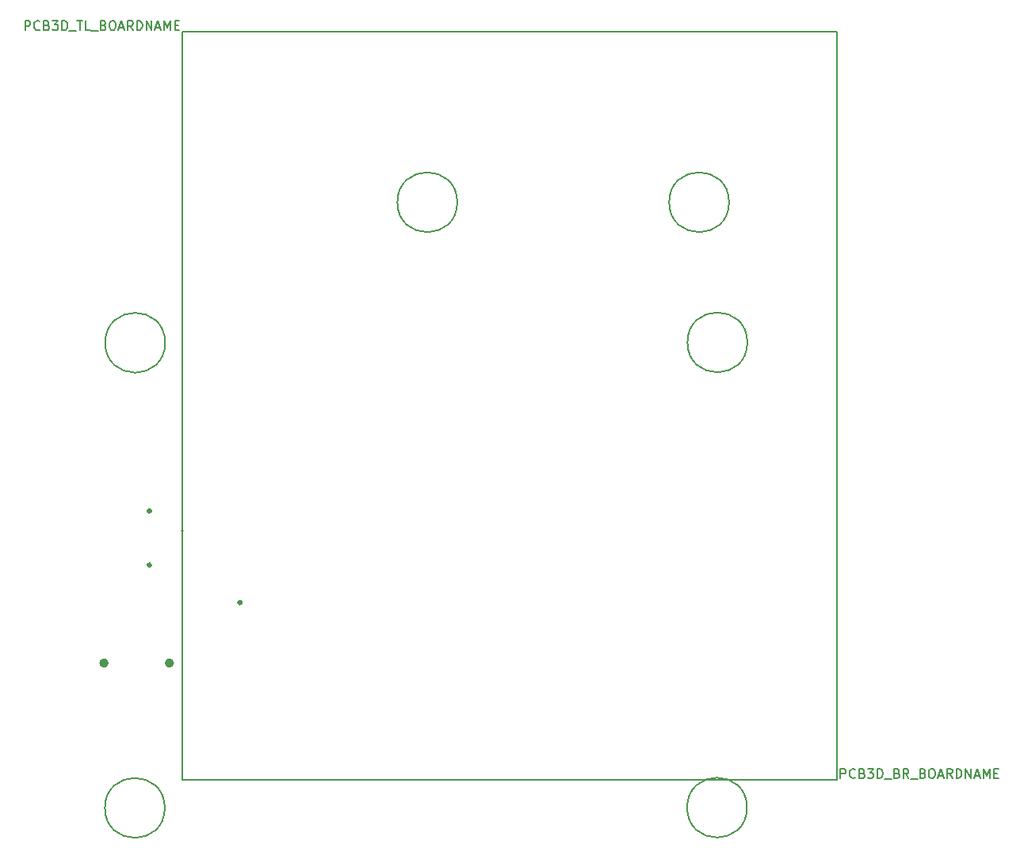
<source format=gbr>
%TF.GenerationSoftware,KiCad,Pcbnew,8.0.7*%
%TF.CreationDate,2024-12-24T17:50:32+01:00*%
%TF.ProjectId,AudioInterface,41756469-6f49-46e7-9465-72666163652e,1.1*%
%TF.SameCoordinates,Original*%
%TF.FileFunction,Other,Comment*%
%FSLAX46Y46*%
G04 Gerber Fmt 4.6, Leading zero omitted, Abs format (unit mm)*
G04 Created by KiCad (PCBNEW 8.0.7) date 2024-12-24 17:50:32*
%MOMM*%
%LPD*%
G01*
G04 APERTURE LIST*
%ADD10C,0.150000*%
%ADD11C,0.300000*%
%ADD12C,0.500000*%
G04 APERTURE END LIST*
D10*
X0Y78500000D02*
X70000000Y78500000D01*
X70000000Y-1500000D01*
X0Y-1500000D01*
X0Y78500000D01*
X-16765352Y78630181D02*
X-16765352Y79630181D01*
X-16765352Y79630181D02*
X-16384400Y79630181D01*
X-16384400Y79630181D02*
X-16289162Y79582562D01*
X-16289162Y79582562D02*
X-16241543Y79534943D01*
X-16241543Y79534943D02*
X-16193924Y79439705D01*
X-16193924Y79439705D02*
X-16193924Y79296848D01*
X-16193924Y79296848D02*
X-16241543Y79201610D01*
X-16241543Y79201610D02*
X-16289162Y79153991D01*
X-16289162Y79153991D02*
X-16384400Y79106372D01*
X-16384400Y79106372D02*
X-16765352Y79106372D01*
X-15193924Y78725420D02*
X-15241543Y78677800D01*
X-15241543Y78677800D02*
X-15384400Y78630181D01*
X-15384400Y78630181D02*
X-15479638Y78630181D01*
X-15479638Y78630181D02*
X-15622495Y78677800D01*
X-15622495Y78677800D02*
X-15717733Y78773039D01*
X-15717733Y78773039D02*
X-15765352Y78868277D01*
X-15765352Y78868277D02*
X-15812971Y79058753D01*
X-15812971Y79058753D02*
X-15812971Y79201610D01*
X-15812971Y79201610D02*
X-15765352Y79392086D01*
X-15765352Y79392086D02*
X-15717733Y79487324D01*
X-15717733Y79487324D02*
X-15622495Y79582562D01*
X-15622495Y79582562D02*
X-15479638Y79630181D01*
X-15479638Y79630181D02*
X-15384400Y79630181D01*
X-15384400Y79630181D02*
X-15241543Y79582562D01*
X-15241543Y79582562D02*
X-15193924Y79534943D01*
X-14432019Y79153991D02*
X-14289162Y79106372D01*
X-14289162Y79106372D02*
X-14241543Y79058753D01*
X-14241543Y79058753D02*
X-14193924Y78963515D01*
X-14193924Y78963515D02*
X-14193924Y78820658D01*
X-14193924Y78820658D02*
X-14241543Y78725420D01*
X-14241543Y78725420D02*
X-14289162Y78677800D01*
X-14289162Y78677800D02*
X-14384400Y78630181D01*
X-14384400Y78630181D02*
X-14765352Y78630181D01*
X-14765352Y78630181D02*
X-14765352Y79630181D01*
X-14765352Y79630181D02*
X-14432019Y79630181D01*
X-14432019Y79630181D02*
X-14336781Y79582562D01*
X-14336781Y79582562D02*
X-14289162Y79534943D01*
X-14289162Y79534943D02*
X-14241543Y79439705D01*
X-14241543Y79439705D02*
X-14241543Y79344467D01*
X-14241543Y79344467D02*
X-14289162Y79249229D01*
X-14289162Y79249229D02*
X-14336781Y79201610D01*
X-14336781Y79201610D02*
X-14432019Y79153991D01*
X-14432019Y79153991D02*
X-14765352Y79153991D01*
X-13860590Y79630181D02*
X-13241543Y79630181D01*
X-13241543Y79630181D02*
X-13574876Y79249229D01*
X-13574876Y79249229D02*
X-13432019Y79249229D01*
X-13432019Y79249229D02*
X-13336781Y79201610D01*
X-13336781Y79201610D02*
X-13289162Y79153991D01*
X-13289162Y79153991D02*
X-13241543Y79058753D01*
X-13241543Y79058753D02*
X-13241543Y78820658D01*
X-13241543Y78820658D02*
X-13289162Y78725420D01*
X-13289162Y78725420D02*
X-13336781Y78677800D01*
X-13336781Y78677800D02*
X-13432019Y78630181D01*
X-13432019Y78630181D02*
X-13717733Y78630181D01*
X-13717733Y78630181D02*
X-13812971Y78677800D01*
X-13812971Y78677800D02*
X-13860590Y78725420D01*
X-12812971Y78630181D02*
X-12812971Y79630181D01*
X-12812971Y79630181D02*
X-12574876Y79630181D01*
X-12574876Y79630181D02*
X-12432019Y79582562D01*
X-12432019Y79582562D02*
X-12336781Y79487324D01*
X-12336781Y79487324D02*
X-12289162Y79392086D01*
X-12289162Y79392086D02*
X-12241543Y79201610D01*
X-12241543Y79201610D02*
X-12241543Y79058753D01*
X-12241543Y79058753D02*
X-12289162Y78868277D01*
X-12289162Y78868277D02*
X-12336781Y78773039D01*
X-12336781Y78773039D02*
X-12432019Y78677800D01*
X-12432019Y78677800D02*
X-12574876Y78630181D01*
X-12574876Y78630181D02*
X-12812971Y78630181D01*
X-12051066Y78534943D02*
X-11289162Y78534943D01*
X-11193923Y79630181D02*
X-10622495Y79630181D01*
X-10908209Y78630181D02*
X-10908209Y79630181D01*
X-9812971Y78630181D02*
X-10289161Y78630181D01*
X-10289161Y78630181D02*
X-10289161Y79630181D01*
X-9717732Y78534943D02*
X-8955828Y78534943D01*
X-8384399Y79153991D02*
X-8241542Y79106372D01*
X-8241542Y79106372D02*
X-8193923Y79058753D01*
X-8193923Y79058753D02*
X-8146304Y78963515D01*
X-8146304Y78963515D02*
X-8146304Y78820658D01*
X-8146304Y78820658D02*
X-8193923Y78725420D01*
X-8193923Y78725420D02*
X-8241542Y78677800D01*
X-8241542Y78677800D02*
X-8336780Y78630181D01*
X-8336780Y78630181D02*
X-8717732Y78630181D01*
X-8717732Y78630181D02*
X-8717732Y79630181D01*
X-8717732Y79630181D02*
X-8384399Y79630181D01*
X-8384399Y79630181D02*
X-8289161Y79582562D01*
X-8289161Y79582562D02*
X-8241542Y79534943D01*
X-8241542Y79534943D02*
X-8193923Y79439705D01*
X-8193923Y79439705D02*
X-8193923Y79344467D01*
X-8193923Y79344467D02*
X-8241542Y79249229D01*
X-8241542Y79249229D02*
X-8289161Y79201610D01*
X-8289161Y79201610D02*
X-8384399Y79153991D01*
X-8384399Y79153991D02*
X-8717732Y79153991D01*
X-7527256Y79630181D02*
X-7336780Y79630181D01*
X-7336780Y79630181D02*
X-7241542Y79582562D01*
X-7241542Y79582562D02*
X-7146304Y79487324D01*
X-7146304Y79487324D02*
X-7098685Y79296848D01*
X-7098685Y79296848D02*
X-7098685Y78963515D01*
X-7098685Y78963515D02*
X-7146304Y78773039D01*
X-7146304Y78773039D02*
X-7241542Y78677800D01*
X-7241542Y78677800D02*
X-7336780Y78630181D01*
X-7336780Y78630181D02*
X-7527256Y78630181D01*
X-7527256Y78630181D02*
X-7622494Y78677800D01*
X-7622494Y78677800D02*
X-7717732Y78773039D01*
X-7717732Y78773039D02*
X-7765351Y78963515D01*
X-7765351Y78963515D02*
X-7765351Y79296848D01*
X-7765351Y79296848D02*
X-7717732Y79487324D01*
X-7717732Y79487324D02*
X-7622494Y79582562D01*
X-7622494Y79582562D02*
X-7527256Y79630181D01*
X-6717732Y78915896D02*
X-6241542Y78915896D01*
X-6812970Y78630181D02*
X-6479637Y79630181D01*
X-6479637Y79630181D02*
X-6146304Y78630181D01*
X-5241542Y78630181D02*
X-5574875Y79106372D01*
X-5812970Y78630181D02*
X-5812970Y79630181D01*
X-5812970Y79630181D02*
X-5432018Y79630181D01*
X-5432018Y79630181D02*
X-5336780Y79582562D01*
X-5336780Y79582562D02*
X-5289161Y79534943D01*
X-5289161Y79534943D02*
X-5241542Y79439705D01*
X-5241542Y79439705D02*
X-5241542Y79296848D01*
X-5241542Y79296848D02*
X-5289161Y79201610D01*
X-5289161Y79201610D02*
X-5336780Y79153991D01*
X-5336780Y79153991D02*
X-5432018Y79106372D01*
X-5432018Y79106372D02*
X-5812970Y79106372D01*
X-4812970Y78630181D02*
X-4812970Y79630181D01*
X-4812970Y79630181D02*
X-4574875Y79630181D01*
X-4574875Y79630181D02*
X-4432018Y79582562D01*
X-4432018Y79582562D02*
X-4336780Y79487324D01*
X-4336780Y79487324D02*
X-4289161Y79392086D01*
X-4289161Y79392086D02*
X-4241542Y79201610D01*
X-4241542Y79201610D02*
X-4241542Y79058753D01*
X-4241542Y79058753D02*
X-4289161Y78868277D01*
X-4289161Y78868277D02*
X-4336780Y78773039D01*
X-4336780Y78773039D02*
X-4432018Y78677800D01*
X-4432018Y78677800D02*
X-4574875Y78630181D01*
X-4574875Y78630181D02*
X-4812970Y78630181D01*
X-3812970Y78630181D02*
X-3812970Y79630181D01*
X-3812970Y79630181D02*
X-3241542Y78630181D01*
X-3241542Y78630181D02*
X-3241542Y79630181D01*
X-2812970Y78915896D02*
X-2336780Y78915896D01*
X-2908208Y78630181D02*
X-2574875Y79630181D01*
X-2574875Y79630181D02*
X-2241542Y78630181D01*
X-1908208Y78630181D02*
X-1908208Y79630181D01*
X-1908208Y79630181D02*
X-1574875Y78915896D01*
X-1574875Y78915896D02*
X-1241542Y79630181D01*
X-1241542Y79630181D02*
X-1241542Y78630181D01*
X-765351Y79153991D02*
X-432018Y79153991D01*
X-289161Y78630181D02*
X-765351Y78630181D01*
X-765351Y78630181D02*
X-765351Y79630181D01*
X-765351Y79630181D02*
X-289161Y79630181D01*
X70336779Y-1369819D02*
X70336779Y-369819D01*
X70336779Y-369819D02*
X70717731Y-369819D01*
X70717731Y-369819D02*
X70812969Y-417438D01*
X70812969Y-417438D02*
X70860588Y-465057D01*
X70860588Y-465057D02*
X70908207Y-560295D01*
X70908207Y-560295D02*
X70908207Y-703152D01*
X70908207Y-703152D02*
X70860588Y-798390D01*
X70860588Y-798390D02*
X70812969Y-846009D01*
X70812969Y-846009D02*
X70717731Y-893628D01*
X70717731Y-893628D02*
X70336779Y-893628D01*
X71908207Y-1274580D02*
X71860588Y-1322200D01*
X71860588Y-1322200D02*
X71717731Y-1369819D01*
X71717731Y-1369819D02*
X71622493Y-1369819D01*
X71622493Y-1369819D02*
X71479636Y-1322200D01*
X71479636Y-1322200D02*
X71384398Y-1226961D01*
X71384398Y-1226961D02*
X71336779Y-1131723D01*
X71336779Y-1131723D02*
X71289160Y-941247D01*
X71289160Y-941247D02*
X71289160Y-798390D01*
X71289160Y-798390D02*
X71336779Y-607914D01*
X71336779Y-607914D02*
X71384398Y-512676D01*
X71384398Y-512676D02*
X71479636Y-417438D01*
X71479636Y-417438D02*
X71622493Y-369819D01*
X71622493Y-369819D02*
X71717731Y-369819D01*
X71717731Y-369819D02*
X71860588Y-417438D01*
X71860588Y-417438D02*
X71908207Y-465057D01*
X72670112Y-846009D02*
X72812969Y-893628D01*
X72812969Y-893628D02*
X72860588Y-941247D01*
X72860588Y-941247D02*
X72908207Y-1036485D01*
X72908207Y-1036485D02*
X72908207Y-1179342D01*
X72908207Y-1179342D02*
X72860588Y-1274580D01*
X72860588Y-1274580D02*
X72812969Y-1322200D01*
X72812969Y-1322200D02*
X72717731Y-1369819D01*
X72717731Y-1369819D02*
X72336779Y-1369819D01*
X72336779Y-1369819D02*
X72336779Y-369819D01*
X72336779Y-369819D02*
X72670112Y-369819D01*
X72670112Y-369819D02*
X72765350Y-417438D01*
X72765350Y-417438D02*
X72812969Y-465057D01*
X72812969Y-465057D02*
X72860588Y-560295D01*
X72860588Y-560295D02*
X72860588Y-655533D01*
X72860588Y-655533D02*
X72812969Y-750771D01*
X72812969Y-750771D02*
X72765350Y-798390D01*
X72765350Y-798390D02*
X72670112Y-846009D01*
X72670112Y-846009D02*
X72336779Y-846009D01*
X73241541Y-369819D02*
X73860588Y-369819D01*
X73860588Y-369819D02*
X73527255Y-750771D01*
X73527255Y-750771D02*
X73670112Y-750771D01*
X73670112Y-750771D02*
X73765350Y-798390D01*
X73765350Y-798390D02*
X73812969Y-846009D01*
X73812969Y-846009D02*
X73860588Y-941247D01*
X73860588Y-941247D02*
X73860588Y-1179342D01*
X73860588Y-1179342D02*
X73812969Y-1274580D01*
X73812969Y-1274580D02*
X73765350Y-1322200D01*
X73765350Y-1322200D02*
X73670112Y-1369819D01*
X73670112Y-1369819D02*
X73384398Y-1369819D01*
X73384398Y-1369819D02*
X73289160Y-1322200D01*
X73289160Y-1322200D02*
X73241541Y-1274580D01*
X74289160Y-1369819D02*
X74289160Y-369819D01*
X74289160Y-369819D02*
X74527255Y-369819D01*
X74527255Y-369819D02*
X74670112Y-417438D01*
X74670112Y-417438D02*
X74765350Y-512676D01*
X74765350Y-512676D02*
X74812969Y-607914D01*
X74812969Y-607914D02*
X74860588Y-798390D01*
X74860588Y-798390D02*
X74860588Y-941247D01*
X74860588Y-941247D02*
X74812969Y-1131723D01*
X74812969Y-1131723D02*
X74765350Y-1226961D01*
X74765350Y-1226961D02*
X74670112Y-1322200D01*
X74670112Y-1322200D02*
X74527255Y-1369819D01*
X74527255Y-1369819D02*
X74289160Y-1369819D01*
X75051065Y-1465057D02*
X75812969Y-1465057D01*
X76384398Y-846009D02*
X76527255Y-893628D01*
X76527255Y-893628D02*
X76574874Y-941247D01*
X76574874Y-941247D02*
X76622493Y-1036485D01*
X76622493Y-1036485D02*
X76622493Y-1179342D01*
X76622493Y-1179342D02*
X76574874Y-1274580D01*
X76574874Y-1274580D02*
X76527255Y-1322200D01*
X76527255Y-1322200D02*
X76432017Y-1369819D01*
X76432017Y-1369819D02*
X76051065Y-1369819D01*
X76051065Y-1369819D02*
X76051065Y-369819D01*
X76051065Y-369819D02*
X76384398Y-369819D01*
X76384398Y-369819D02*
X76479636Y-417438D01*
X76479636Y-417438D02*
X76527255Y-465057D01*
X76527255Y-465057D02*
X76574874Y-560295D01*
X76574874Y-560295D02*
X76574874Y-655533D01*
X76574874Y-655533D02*
X76527255Y-750771D01*
X76527255Y-750771D02*
X76479636Y-798390D01*
X76479636Y-798390D02*
X76384398Y-846009D01*
X76384398Y-846009D02*
X76051065Y-846009D01*
X77622493Y-1369819D02*
X77289160Y-893628D01*
X77051065Y-1369819D02*
X77051065Y-369819D01*
X77051065Y-369819D02*
X77432017Y-369819D01*
X77432017Y-369819D02*
X77527255Y-417438D01*
X77527255Y-417438D02*
X77574874Y-465057D01*
X77574874Y-465057D02*
X77622493Y-560295D01*
X77622493Y-560295D02*
X77622493Y-703152D01*
X77622493Y-703152D02*
X77574874Y-798390D01*
X77574874Y-798390D02*
X77527255Y-846009D01*
X77527255Y-846009D02*
X77432017Y-893628D01*
X77432017Y-893628D02*
X77051065Y-893628D01*
X77812970Y-1465057D02*
X78574874Y-1465057D01*
X79146303Y-846009D02*
X79289160Y-893628D01*
X79289160Y-893628D02*
X79336779Y-941247D01*
X79336779Y-941247D02*
X79384398Y-1036485D01*
X79384398Y-1036485D02*
X79384398Y-1179342D01*
X79384398Y-1179342D02*
X79336779Y-1274580D01*
X79336779Y-1274580D02*
X79289160Y-1322200D01*
X79289160Y-1322200D02*
X79193922Y-1369819D01*
X79193922Y-1369819D02*
X78812970Y-1369819D01*
X78812970Y-1369819D02*
X78812970Y-369819D01*
X78812970Y-369819D02*
X79146303Y-369819D01*
X79146303Y-369819D02*
X79241541Y-417438D01*
X79241541Y-417438D02*
X79289160Y-465057D01*
X79289160Y-465057D02*
X79336779Y-560295D01*
X79336779Y-560295D02*
X79336779Y-655533D01*
X79336779Y-655533D02*
X79289160Y-750771D01*
X79289160Y-750771D02*
X79241541Y-798390D01*
X79241541Y-798390D02*
X79146303Y-846009D01*
X79146303Y-846009D02*
X78812970Y-846009D01*
X80003446Y-369819D02*
X80193922Y-369819D01*
X80193922Y-369819D02*
X80289160Y-417438D01*
X80289160Y-417438D02*
X80384398Y-512676D01*
X80384398Y-512676D02*
X80432017Y-703152D01*
X80432017Y-703152D02*
X80432017Y-1036485D01*
X80432017Y-1036485D02*
X80384398Y-1226961D01*
X80384398Y-1226961D02*
X80289160Y-1322200D01*
X80289160Y-1322200D02*
X80193922Y-1369819D01*
X80193922Y-1369819D02*
X80003446Y-1369819D01*
X80003446Y-1369819D02*
X79908208Y-1322200D01*
X79908208Y-1322200D02*
X79812970Y-1226961D01*
X79812970Y-1226961D02*
X79765351Y-1036485D01*
X79765351Y-1036485D02*
X79765351Y-703152D01*
X79765351Y-703152D02*
X79812970Y-512676D01*
X79812970Y-512676D02*
X79908208Y-417438D01*
X79908208Y-417438D02*
X80003446Y-369819D01*
X80812970Y-1084104D02*
X81289160Y-1084104D01*
X80717732Y-1369819D02*
X81051065Y-369819D01*
X81051065Y-369819D02*
X81384398Y-1369819D01*
X82289160Y-1369819D02*
X81955827Y-893628D01*
X81717732Y-1369819D02*
X81717732Y-369819D01*
X81717732Y-369819D02*
X82098684Y-369819D01*
X82098684Y-369819D02*
X82193922Y-417438D01*
X82193922Y-417438D02*
X82241541Y-465057D01*
X82241541Y-465057D02*
X82289160Y-560295D01*
X82289160Y-560295D02*
X82289160Y-703152D01*
X82289160Y-703152D02*
X82241541Y-798390D01*
X82241541Y-798390D02*
X82193922Y-846009D01*
X82193922Y-846009D02*
X82098684Y-893628D01*
X82098684Y-893628D02*
X81717732Y-893628D01*
X82717732Y-1369819D02*
X82717732Y-369819D01*
X82717732Y-369819D02*
X82955827Y-369819D01*
X82955827Y-369819D02*
X83098684Y-417438D01*
X83098684Y-417438D02*
X83193922Y-512676D01*
X83193922Y-512676D02*
X83241541Y-607914D01*
X83241541Y-607914D02*
X83289160Y-798390D01*
X83289160Y-798390D02*
X83289160Y-941247D01*
X83289160Y-941247D02*
X83241541Y-1131723D01*
X83241541Y-1131723D02*
X83193922Y-1226961D01*
X83193922Y-1226961D02*
X83098684Y-1322200D01*
X83098684Y-1322200D02*
X82955827Y-1369819D01*
X82955827Y-1369819D02*
X82717732Y-1369819D01*
X83717732Y-1369819D02*
X83717732Y-369819D01*
X83717732Y-369819D02*
X84289160Y-1369819D01*
X84289160Y-1369819D02*
X84289160Y-369819D01*
X84717732Y-1084104D02*
X85193922Y-1084104D01*
X84622494Y-1369819D02*
X84955827Y-369819D01*
X84955827Y-369819D02*
X85289160Y-1369819D01*
X85622494Y-1369819D02*
X85622494Y-369819D01*
X85622494Y-369819D02*
X85955827Y-1084104D01*
X85955827Y-1084104D02*
X86289160Y-369819D01*
X86289160Y-369819D02*
X86289160Y-1369819D01*
X86765351Y-846009D02*
X87098684Y-846009D01*
X87241541Y-1369819D02*
X86765351Y-1369819D01*
X86765351Y-1369819D02*
X86765351Y-369819D01*
X86765351Y-369819D02*
X87241541Y-369819D01*
%TO.C,H6*%
X58436944Y60230000D02*
G75*
G02*
X52036944Y60230000I-3200000J0D01*
G01*
X52036944Y60230000D02*
G75*
G02*
X58436944Y60230000I3200000J0D01*
G01*
%TO.C,H5*%
X29400000Y60230000D02*
G75*
G02*
X23000000Y60230000I-3200000J0D01*
G01*
X23000000Y60230000D02*
G75*
G02*
X29400000Y60230000I3200000J0D01*
G01*
%TO.C,H4*%
X60388000Y45243998D02*
G75*
G02*
X53988000Y45243998I-3200000J0D01*
G01*
X53988000Y45243998D02*
G75*
G02*
X60388000Y45243998I3200000J0D01*
G01*
%TO.C,H3*%
X60351896Y-4503896D02*
G75*
G02*
X53951896Y-4503896I-3200000J0D01*
G01*
X53951896Y-4503896D02*
G75*
G02*
X60351896Y-4503896I3200000J0D01*
G01*
%TO.C,H2*%
X-1842000Y-4540000D02*
G75*
G02*
X-8242000Y-4540000I-3200000J0D01*
G01*
X-8242000Y-4540000D02*
G75*
G02*
X-1842000Y-4540000I3200000J0D01*
G01*
%TO.C,H1*%
X-1805896Y45207894D02*
G75*
G02*
X-8205896Y45207894I-3200000J0D01*
G01*
X-8205896Y45207894D02*
G75*
G02*
X-1805896Y45207894I3200000J0D01*
G01*
D11*
%TO.C,Q1*%
X6346000Y17426000D02*
G75*
G02*
X6046000Y17426000I-150000J0D01*
G01*
X6046000Y17426000D02*
G75*
G02*
X6346000Y17426000I150000J0D01*
G01*
D12*
%TO.C,J3*%
X-1094000Y10954000D02*
G75*
G02*
X-1594000Y10954000I-250000J0D01*
G01*
X-1594000Y10954000D02*
G75*
G02*
X-1094000Y10954000I250000J0D01*
G01*
X-8094000Y10954000D02*
G75*
G02*
X-8594000Y10954000I-250000J0D01*
G01*
X-8594000Y10954000D02*
G75*
G02*
X-8094000Y10954000I250000J0D01*
G01*
D10*
%TO.C,U1*%
X102000Y25089500D02*
G75*
G02*
X-38000Y25089500I-70000J0D01*
G01*
X-38000Y25089500D02*
G75*
G02*
X102000Y25089500I70000J0D01*
G01*
D11*
%TO.C,J1*%
X-3342500Y27213500D02*
G75*
G02*
X-3642500Y27213500I-150000J0D01*
G01*
X-3642500Y27213500D02*
G75*
G02*
X-3342500Y27213500I150000J0D01*
G01*
X-3342500Y21433500D02*
G75*
G02*
X-3642500Y21433500I-150000J0D01*
G01*
X-3642500Y21433500D02*
G75*
G02*
X-3342500Y21433500I150000J0D01*
G01*
%TD*%
M02*

</source>
